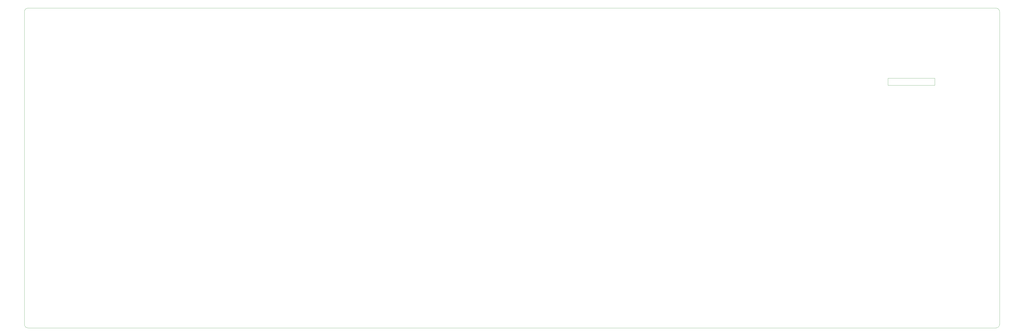
<source format=gm1>
G04 #@! TF.GenerationSoftware,KiCad,Pcbnew,(5.1.9)-1*
G04 #@! TF.CreationDate,2021-02-01T17:40:24-05:00*
G04 #@! TF.ProjectId,TooManyKeys,546f6f4d-616e-4794-9b65-79732e6b6963,rev?*
G04 #@! TF.SameCoordinates,Original*
G04 #@! TF.FileFunction,Profile,NP*
%FSLAX46Y46*%
G04 Gerber Fmt 4.6, Leading zero omitted, Abs format (unit mm)*
G04 Created by KiCad (PCBNEW (5.1.9)-1) date 2021-02-01 17:40:24*
%MOMM*%
%LPD*%
G01*
G04 APERTURE LIST*
G04 #@! TA.AperFunction,Profile*
%ADD10C,0.050000*%
G04 #@! TD*
G04 APERTURE END LIST*
D10*
X567531250Y-279400000D02*
X546893750Y-279400000D01*
X567531250Y-282575000D02*
X567531250Y-279400000D01*
X546893750Y-282575000D02*
X567531250Y-282575000D01*
X546893750Y-279400000D02*
X546893750Y-282575000D01*
X167481250Y-389731250D02*
X594518750Y-389731250D01*
X165893750Y-250031250D02*
X165893750Y-388143750D01*
X165893750Y-250031250D02*
G75*
G02*
X167481250Y-248443750I1587500J0D01*
G01*
X594518750Y-248443750D02*
X167481250Y-248443750D01*
X167481250Y-389731250D02*
G75*
G02*
X165893750Y-388143750I0J1587500D01*
G01*
X594518750Y-248443750D02*
G75*
G02*
X596106250Y-250031250I0J-1587500D01*
G01*
X596106250Y-388143750D02*
X596106250Y-250031250D01*
X596106250Y-388143750D02*
G75*
G02*
X594518750Y-389731250I-1587500J0D01*
G01*
M02*

</source>
